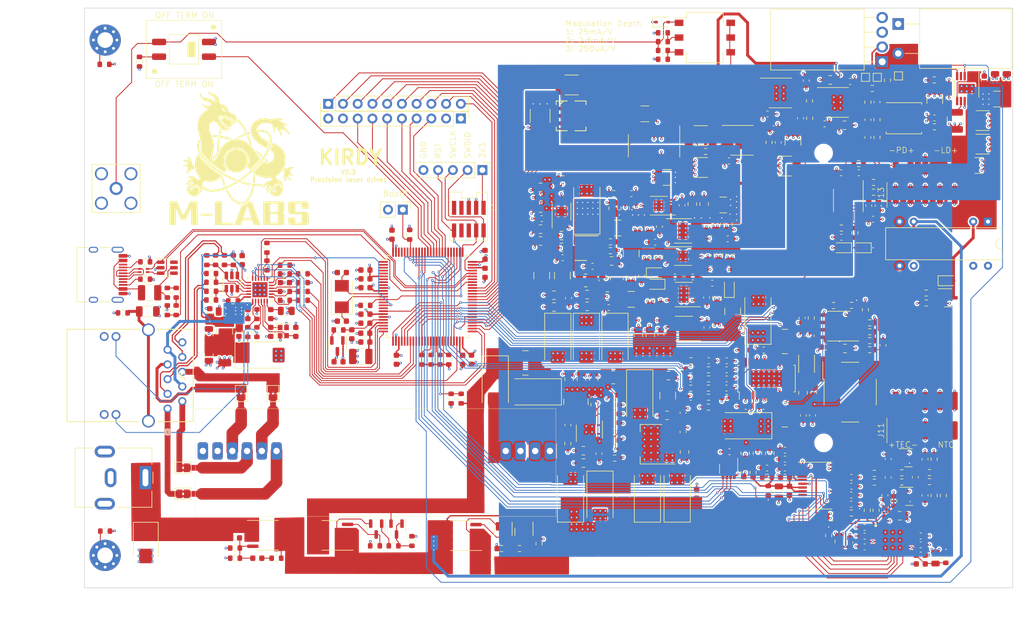
<source format=kicad_pcb>
(kicad_pcb (version 20221018) (generator pcbnew)

  (general
    (thickness 1.6)
  )

  (paper "A4")
  (layers
    (0 "F.Cu" jumper)
    (1 "In1.Cu" signal)
    (2 "In2.Cu" signal)
    (31 "B.Cu" signal)
    (32 "B.Adhes" user "B.Adhesive")
    (33 "F.Adhes" user "F.Adhesive")
    (34 "B.Paste" user)
    (35 "F.Paste" user)
    (36 "B.SilkS" user "B.Silkscreen")
    (37 "F.SilkS" user "F.Silkscreen")
    (38 "B.Mask" user)
    (39 "F.Mask" user)
    (40 "Dwgs.User" user "User.Drawings")
    (41 "Cmts.User" user "User.Comments")
    (42 "Eco1.User" user "User.Eco1")
    (43 "Eco2.User" user "User.Eco2")
    (44 "Edge.Cuts" user)
    (45 "Margin" user)
    (46 "B.CrtYd" user "B.Courtyard")
    (47 "F.CrtYd" user "F.Courtyard")
    (48 "B.Fab" user)
    (49 "F.Fab" user)
    (50 "User.1" user)
    (51 "User.2" user)
    (52 "User.3" user)
    (53 "User.4" user)
    (54 "User.5" user)
    (55 "User.6" user)
    (56 "User.7" user)
    (57 "User.8" user)
    (58 "User.9" user)
  )

  (setup
    (stackup
      (layer "F.SilkS" (type "Top Silk Screen"))
      (layer "F.Paste" (type "Top Solder Paste"))
      (layer "F.Mask" (type "Top Solder Mask") (thickness 0.01))
      (layer "F.Cu" (type "copper") (thickness 0.035))
      (layer "dielectric 1" (type "core") (thickness 0.48) (material "FR4") (epsilon_r 4.5) (loss_tangent 0.02))
      (layer "In1.Cu" (type "copper") (thickness 0.035))
      (layer "dielectric 2" (type "prepreg") (thickness 0.48) (material "FR4") (epsilon_r 4.5) (loss_tangent 0.02))
      (layer "In2.Cu" (type "copper") (thickness 0.035))
      (layer "dielectric 3" (type "core") (thickness 0.48) (material "FR4") (epsilon_r 4.5) (loss_tangent 0.02))
      (layer "B.Cu" (type "copper") (thickness 0.035))
      (layer "B.Mask" (type "Bottom Solder Mask") (thickness 0.01))
      (layer "B.Paste" (type "Bottom Solder Paste"))
      (layer "B.SilkS" (type "Bottom Silk Screen"))
      (copper_finish "ENIG")
      (dielectric_constraints no)
    )
    (pad_to_mask_clearance 0)
    (pcbplotparams
      (layerselection 0x00010fc_ffffffff)
      (plot_on_all_layers_selection 0x0000000_00000000)
      (disableapertmacros false)
      (usegerberextensions true)
      (usegerberattributes false)
      (usegerberadvancedattributes false)
      (creategerberjobfile true)
      (dashed_line_dash_ratio 12.000000)
      (dashed_line_gap_ratio 3.000000)
      (svgprecision 6)
      (plotframeref false)
      (viasonmask false)
      (mode 1)
      (useauxorigin false)
      (hpglpennumber 1)
      (hpglpenspeed 20)
      (hpglpendiameter 15.000000)
      (dxfpolygonmode true)
      (dxfimperialunits true)
      (dxfusepcbnewfont true)
      (psnegative false)
      (psa4output false)
      (plotreference false)
      (plotvalue false)
      (plotinvisibletext false)
      (sketchpadsonfab false)
      (subtractmaskfromsilk true)
      (outputformat 1)
      (mirror false)
      (drillshape 0)
      (scaleselection 1)
      (outputdirectory "gerbers")
    )
  )

  (net 0 "")
  (net 1 "+5VA")
  (net 2 "GND")
  (net 3 "Net-(U1-VOUT_F)")
  (net 4 "Net-(U4--)")
  (net 5 "Net-(U2-OUT)")
  (net 6 "Net-(U4-+)")
  (net 7 "+9VA")
  (net 8 "-6V")
  (net 9 "+15V")
  (net 10 "Net-(U6-+)")
  (net 11 "Net-(C13-Pad2)")
  (net 12 "/MCU/PD_MON")
  (net 13 "Net-(C18-Pad2)")
  (net 14 "Net-(C18-Pad1)")
  (net 15 "Net-(U5B-+)")
  (net 16 "+3V3")
  (net 17 "Net-(U6--)")
  (net 18 "Net-(Q2-G)")
  (net 19 "/MCU/VREF")
  (net 20 "+12V")
  (net 21 "Net-(C25-Pad2)")
  (net 22 "Net-(C26-Pad2)")
  (net 23 "Net-(C26-Pad1)")
  (net 24 "Net-(C27-Pad1)")
  (net 25 "/driveStage/PD_C")
  (net 26 "Net-(C28-Pad1)")
  (net 27 "-9V")
  (net 28 "IN")
  (net 29 "Net-(U8-VCAP_1)")
  (net 30 "Net-(U8-VCAP_2)")
  (net 31 "Net-(C52-Pad1)")
  (net 32 "Net-(U8-PH0)")
  (net 33 "Net-(U8-PH1)")
  (net 34 "/MCU/VDDA")
  (net 35 "Net-(D6-K)")
  (net 36 "Net-(D5-A)")
  (net 37 "Net-(U9-C+)")
  (net 38 "Net-(D5-K)")
  (net 39 "Net-(C57-Pad1)")
  (net 40 "+9V")
  (net 41 "+8V")
  (net 42 "+3.3VA")
  (net 43 "/thermostat/DAC_REF")
  (net 44 "Net-(U9-C-)")
  (net 45 "Net-(D7-A)")
  (net 46 "Net-(U16-PGFB)")
  (net 47 "/thermostat/MAXV")
  (net 48 "/thermostat/MAXIP")
  (net 49 "/thermostat/MAXIN")
  (net 50 "Net-(U11-EN{slash}UV)")
  (net 51 "Net-(U12-EN{slash}UV)")
  (net 52 "Net-(U13-EN{slash}UV)")
  (net 53 "/MCU/TEC_ISEN")
  (net 54 "Net-(U15-EN{slash}UV)")
  (net 55 "/MCU/TEC_VREF")
  (net 56 "Net-(U14-EN{slash}UV)")
  (net 57 "Net-(U11-SET)")
  (net 58 "Net-(U16-SET)")
  (net 59 "+5V")
  (net 60 "Net-(U12-SET)")
  (net 61 "Net-(U13-SET)")
  (net 62 "Net-(U14-SET)")
  (net 63 "Net-(U15-SET)")
  (net 64 "Net-(U19-REGCAPD)")
  (net 65 "Net-(U18-REGCAPD)")
  (net 66 "Net-(U21-CTLI)")
  (net 67 "Net-(U18-REFOUT)")
  (net 68 "Net-(U18-REGCAPA)")
  (net 69 "Net-(U19-REGCAPA)")
  (net 70 "Net-(U21-COMP)")
  (net 71 "Net-(U21-CS)")
  (net 72 "Net-(U21-OS2)")
  (net 73 "/Ehternet/AVDDT_PHY")
  (net 74 "/Ehternet/ETH_SHIELD")
  (net 75 "Net-(U23-VIN)")
  (net 76 "Net-(U23-SS{slash}TR)")
  (net 77 "/MCU/RST")
  (net 78 "Net-(FB12-Pad1)")
  (net 79 "/thermostat/TEC+")
  (net 80 "/thermostat/TEC-")
  (net 81 "Net-(U23-BOOT)")
  (net 82 "/MCU/USB_DP")
  (net 83 "/MCU/USB_DN")
  (net 84 "/MCU/SWDIO")
  (net 85 "/MCU/SWCLK")
  (net 86 "Net-(U23-COMP)")
  (net 87 "Net-(Q3-E)")
  (net 88 "Net-(D10-A1)")
  (net 89 "Net-(Q4-G)")
  (net 90 "Net-(U24-VI)")
  (net 91 "Net-(U26-XTAL2)")
  (net 92 "Net-(U26-XTAL1)")
  (net 93 "Net-(U26-VDDCR)")
  (net 94 "Net-(D1-A2)")
  (net 95 "/driveStage/LD-")
  (net 96 "/thermostat/NTC+")
  (net 97 "/thermostat/NTC-")
  (net 98 "Net-(D4-A)")
  (net 99 "Net-(U27-VBUS)")
  (net 100 "Net-(L3-Pad1)")
  (net 101 "Net-(U21-OS1)")
  (net 102 "Net-(FL2-Pad4)")
  (net 103 "Net-(FL2-Pad1)")
  (net 104 "Net-(J4-Pin_8)")
  (net 105 "Net-(J4-Pin_7)")
  (net 106 "Net-(J4-Pin_6)")
  (net 107 "Net-(J4-Pin_5)")
  (net 108 "Net-(J4-Pin_4)")
  (net 109 "Net-(J4-Pin_3)")
  (net 110 "Net-(J5-Pin_10)")
  (net 111 "Net-(J5-Pin_9)")
  (net 112 "Net-(J5-Pin_8)")
  (net 113 "Net-(J5-Pin_7)")
  (net 114 "Net-(J5-Pin_6)")
  (net 115 "Net-(J5-Pin_5)")
  (net 116 "Net-(J5-Pin_4)")
  (net 117 "Net-(J5-Pin_3)")
  (net 118 "Net-(J5-Pin_2)")
  (net 119 "Net-(J5-Pin_1)")
  (net 120 "unconnected-(J6-Pin_6-Pad6)")
  (net 121 "/MCU/PWM_MAXV")
  (net 122 "/MCU/PWM_MAXIP")
  (net 123 "/MCU/PWM_MAXIN")
  (net 124 "unconnected-(J6-Pin_7-Pad7)")
  (net 125 "unconnected-(J6-Pin_8-Pad8)")
  (net 126 "unconnected-(J6-Pin_9-Pad9)")
  (net 127 "/MCU/TEC_VSEN")
  (net 128 "/Ehternet/POE_VC2-")
  (net 129 "/Ehternet/POE_VC1-")
  (net 130 "/MCU/POE_PWR_SRC")
  (net 131 "/Ehternet/RMII_RXD0")
  (net 132 "/Ehternet/POE_VC2+")
  (net 133 "/Ehternet/RMII_RXD1")
  (net 134 "/Ehternet/POE_VC1+")
  (net 135 "/Ehternet/RMII_CRS_DV")
  (net 136 "/Ehternet/RMII_REF_CLK")
  (net 137 "/Ehternet/RMII_MDIO")
  (net 138 "Net-(J9-Pad11)")
  (net 139 "/Ehternet/ETH_LED_1")
  (net 140 "Net-(J9-Pad13)")
  (net 141 "/Ehternet/PHY_TD_P")
  (net 142 "/Ehternet/PHY_TD_N")
  (net 143 "/Ehternet/PHY_RD_P")
  (net 144 "/Ehternet/PHY_RD_N")
  (net 145 "/Ehternet/ETH_LED_2")
  (net 146 "unconnected-(J10-SBU2-PadB8)")
  (net 147 "Net-(J10-CC2)")
  (net 148 "/MCU/USB_VBUS")
  (net 149 "/MCU/LDAC_LOAD")
  (net 150 "/MCU/LDAC_CLK")
  (net 151 "/MCU/LDAC_MOSI")
  (net 152 "/MCU/LDAC_CS")
  (net 153 "/MCU/TADC_SYNC")
  (net 154 "/MCU/TADC_MISO")
  (net 155 "/MCU/TDAC_MOSI")
  (net 156 "/MCU/TADC_CLK")
  (net 157 "/MCU/TDAC_CLK")
  (net 158 "/MCU/TADC_CS")
  (net 159 "/MCU/TDAC_SYNC")
  (net 160 "/MCU/TADC_MOSI")
  (net 161 "unconnected-(J10-SBU1-PadA8)")
  (net 162 "Net-(J10-CC1)")
  (net 163 "Net-(JP1-A)")
  (net 164 "Net-(JP2-B)")
  (net 165 "Net-(JP3-B)")
  (net 166 "Net-(JP4-B)")
  (net 167 "Net-(JP5-B)")
  (net 168 "Net-(L4-Pad1)")
  (net 169 "Net-(Q9-E)")
  (net 170 "Net-(Q1-G)")
  (net 171 "Net-(Q2-S-Pad1)")
  (net 172 "Net-(Q3-B)")
  (net 173 "Net-(Q5-G)")
  (net 174 "/Ehternet/RMII_MDC")
  (net 175 "/Ehternet/PHY_NRST")
  (net 176 "Net-(Q6-B)")
  (net 177 "Net-(Q7-B)")
  (net 178 "Net-(Q8-G)")
  (net 179 "Net-(Q9-B)")
  (net 180 "Net-(R3-Pad2)")
  (net 181 "/Ehternet/RMII_TX_EN")
  (net 182 "/Ehternet/RMII_TXD0")
  (net 183 "/Ehternet/RMII_TXD1")
  (net 184 "Net-(R5-Pad2)")
  (net 185 "Net-(U3--)")
  (net 186 "Net-(U5B--)")
  (net 187 "Net-(U7-OUT)")
  (net 188 "Net-(U8-PE8)")
  (net 189 "Net-(U8-PE9)")
  (net 190 "Net-(U8-PE10)")
  (net 191 "Net-(U8-PE11)")
  (net 192 "Net-(U16-ILIM)")
  (net 193 "Net-(U10-SET)")
  (net 194 "Net-(U17-VFB)")
  (net 195 "Net-(U20B--)")
  (net 196 "Net-(U18-AIN0)")
  (net 197 "Net-(U18-AIN1)")
  (net 198 "Net-(U19-AIN0{slash}REF2-)")
  (net 199 "Net-(U19-AIN1{slash}REF2+)")
  (net 200 "unconnected-(K1-Pad14)")
  (net 201 "Net-(U20A-+)")
  (net 202 "Net-(U20A--)")
  (net 203 "Net-(U23-EN)")
  (net 204 "Net-(U23-RT{slash}CLK)")
  (net 205 "Net-(U23-VSENSE)")
  (net 206 "Net-(U26-RXD0)")
  (net 207 "Net-(U26-RXD1)")
  (net 208 "Net-(U26-CRS_DV)")
  (net 209 "Net-(U26-nINT)")
  (net 210 "Net-(U26-RXER)")
  (net 211 "Net-(U26-RBIAS)")
  (net 212 "Net-(U3-+)")
  (net 213 "Net-(U1-VOUT_S)")
  (net 214 "unconnected-(U2-INV-Pad13)")
  (net 215 "unconnected-(U2-NC-Pad9)")
  (net 216 "unconnected-(U2-RFB-Pad1)")
  (net 217 "unconnected-(U8-PE1-Pad98)")
  (net 218 "unconnected-(U8-PE0-Pad97)")
  (net 219 "unconnected-(U8-PB9-Pad96)")
  (net 220 "unconnected-(U8-PA10-Pad69)")
  (net 221 "unconnected-(U8-PA8-Pad67)")
  (net 222 "unconnected-(U8-PE15-Pad46)")
  (net 223 "unconnected-(U8-PE14-Pad45)")
  (net 224 "/MCU/LD_EN")
  (net 225 "unconnected-(U8-PE13-Pad44)")
  (net 226 "unconnected-(U8-PE12-Pad43)")
  (net 227 "unconnected-(U8-PE7-Pad38)")
  (net 228 "unconnected-(U8-PB2-Pad37)")
  (net 229 "/MCU/TEC_~{SHDN}")
  (net 230 "Net-(H1-Pad1)")
  (net 231 "Net-(H2-Pad1)")
  (net 232 "/MCU/~{LD_SHORT}")
  (net 233 "unconnected-(U8-PC2-Pad17)")
  (net 234 "unconnected-(U8-PC0-Pad15)")
  (net 235 "unconnected-(U8-PC15-Pad9)")
  (net 236 "unconnected-(U8-PC14-Pad8)")
  (net 237 "unconnected-(U8-PC13-Pad7)")
  (net 238 "unconnected-(U8-PE6-Pad5)")
  (net 239 "unconnected-(U8-PE5-Pad4)")
  (net 240 "unconnected-(U8-PE4-Pad3)")
  (net 241 "unconnected-(U8-PE3-Pad2)")
  (net 242 "unconnected-(U8-PE2-Pad1)")
  (net 243 "12Vin")
  (net 244 "unconnected-(U9-NC-Pad12)")
  (net 245 "unconnected-(U9-NC-Pad7)")
  (net 246 "unconnected-(U9-NC-Pad6)")
  (net 247 "unconnected-(U9-NC-Pad3)")
  (net 248 "unconnected-(U9-NC-Pad1)")
  (net 249 "unconnected-(U10-ILIM-Pad5)")
  (net 250 "unconnected-(U11-PG-Pad4)")
  (net 251 "unconnected-(U12-PG-Pad5)")
  (net 252 "unconnected-(U13-PG-Pad4)")
  (net 253 "unconnected-(U14-VIOC-Pad7)")
  (net 254 "unconnected-(U14-PG-Pad4)")
  (net 255 "unconnected-(U15-PG-Pad4)")
  (net 256 "unconnected-(U16-PG-Pad5)")
  (net 257 "unconnected-(U18-GPIO1-Pad20)")
  (net 258 "unconnected-(U18-GPIO0-Pad19)")
  (net 259 "unconnected-(U18-XTAL2{slash}CLKIO-Pad10)")
  (net 260 "unconnected-(U18-XTAL1-Pad9)")
  (net 261 "unconnected-(U19-DNC-Pad3)")
  (net 262 "unconnected-(U19-PDSW-Pad8)")
  (net 263 "unconnected-(U19-XTAL1-Pad9)")
  (net 264 "unconnected-(U19-XTAL2{slash}CLKIO-Pad10)")
  (net 265 "unconnected-(U19-~{ERROR}-Pad15)")
  (net 266 "unconnected-(U19-GPIO0-Pad20)")
  (net 267 "unconnected-(U19-GPIO1-Pad21)")
  (net 268 "unconnected-(U19-GPIO2-Pad22)")
  (net 269 "unconnected-(U19-AIN2-Pad23)")
  (net 270 "unconnected-(U19-AIN3-Pad24)")
  (net 271 "unconnected-(U19-AIN4-Pad25)")
  (net 272 "unconnected-(U19-AIN5-Pad26)")
  (net 273 "unconnected-(U19-AIN6-Pad27)")
  (net 274 "unconnected-(U19-AIN7-Pad28)")
  (net 275 "unconnected-(U19-AIN8-Pad29)")
  (net 276 "unconnected-(U19-GPO3-Pad30)")
  (net 277 "Net-(U20B-+)")
  (net 278 "unconnected-(U22-NC-Pad2)")
  (net 279 "unconnected-(U22-NC-Pad1)")
  (net 280 "unconnected-(U23-PWRGD-Pad14)")
  (net 281 "unconnected-(U27-I{slash}O4-Pad6)")
  (net 282 "unconnected-(U27-I{slash}O3-Pad4)")
  (net 283 "/Ehternet/RJ45_RD_N")
  (net 284 "/Ehternet/RJ45_RD_P")
  (net 285 "/Ehternet/RJ45_TD_N")
  (net 286 "/Ehternet/RJ45_TD_P")
  (net 287 "/thermostat/ADC1_REF")
  (net 288 "/thermostat/ADC1_A3V3")
  (net 289 "/thermostat/ADC1_D3V3")
  (net 290 "/thermostat/ADC2_D3V3")
  (net 291 "/thermostat/ADC2_A3V3")
  (net 292 "/thermostat/ADC2_REF")
  (net 293 "Net-(C124-Pad1)")
  (net 294 "Net-(C125-Pad1)")
  (net 295 "Net-(C126-Pad1)")
  (net 296 "Net-(C156-Pad2)")
  (net 297 "Net-(C157-Pad2)")
  (net 298 "Net-(C166-Pad2)")
  (net 299 "Net-(C167-Pad2)")
  (net 300 "Net-(C177-Pad2)")
  (net 301 "Net-(C178-Pad1)")
  (net 302 "Net-(C179-Pad1)")
  (net 303 "Net-(C187-Pad2)")
  (net 304 "Net-(C188-Pad1)")
  (net 305 "Net-(C208-Pad1)")
  (net 306 "Net-(R7-Pad2)")
  (net 307 "Net-(R23-Pad2)")
  (net 308 "unconnected-(R25-Pad3)")
  (net 309 "Net-(R35-Pad2)")
  (net 310 "Net-(R66-Pad2)")
  (net 311 "Net-(R121-Pad2)")
  (net 312 "Net-(R122-Pad1)")
  (net 313 "unconnected-(J4-Pin_9-Pad9)")
  (net 314 "/MCU/TERM_STAT")

  (footprint "Resistor_SMD:R_0603_1608Metric" (layer "F.Cu") (at 34.544 45.8338 180))

  (footprint "Resistor_SMD:R_0603_1608Metric" (layer "F.Cu") (at 56.4334 91.9319 90))

  (footprint "Capacitor_SMD:C_0603_1608Metric" (layer "F.Cu") (at 34.544 47.3578))

  (footprint "Capacitor_SMD:C_0603_1608Metric" (layer "F.Cu") (at 138.5316 80.9498 90))

  (footprint "Package_TO_SOT_SMD:SOT-23" (layer "F.Cu") (at 50.2782 89.8694 -90))

  (footprint "Capacitor_SMD:C_0805_2012Metric" (layer "F.Cu") (at 103.4288 76.5556 -90))

  (footprint "Inductor_SMD:L_1210_3225Metric" (layer "F.Cu") (at 47.617 60.0964))

  (footprint "Capacitor_SMD:C_0603_1608Metric" (layer "F.Cu") (at 104.4956 63.9706 180))

  (footprint "Capacitor_SMD:C_0603_1608Metric" (layer "F.Cu") (at 78.8126 36.3114 180))

  (footprint "Capacitor_SMD:C_0603_1608Metric" (layer "F.Cu") (at 137.6328 58.1658 90))

  (footprint "Package_QFP:LQFP-100_14x14mm_P0.5mm" (layer "F.Cu") (at 59.182 49.7798))

  (footprint "Capacitor_SMD:C_0603_1608Metric" (layer "F.Cu") (at 104.4956 67.1332 180))

  (footprint "Resistor_SMD:R_0603_1608Metric" (layer "F.Cu") (at 33.0855 94.896))

  (footprint "Resistor_SMD:R_0603_1608Metric" (layer "F.Cu") (at 37.6308 47.3578 180))

  (footprint "Inductor_SMD:L_1008_2520Metric" (layer "F.Cu") (at 91.7448 46.6344 -90))

  (footprint "Capacitor_SMD:C_0603_1608Metric" (layer "F.Cu") (at 110.6875 60.8397))

  (footprint "Capacitor_SMD:C_0805_2012Metric" (layer "F.Cu") (at 94.1832 46.3922 -90))

  (footprint "Resistor_SMD:R_0603_1608Metric" (layer "F.Cu") (at 115.239 80.0856 -90))

  (footprint "Resistor_SMD:R_0603_1608Metric" (layer "F.Cu") (at 37.6308 45.8338 180))

  (footprint "Resistor_SMD:R_0603_1608Metric" (layer "F.Cu") (at 132.1684 87.096))

  (footprint "Resistor_SMD:R_0603_1608Metric" (layer "F.Cu") (at 104.4956 62.3984))

  (footprint "Resistor_SMD:R_0603_1608Metric" (layer "F.Cu") (at 78.35 92.4 90))

  (footprint "Capacitor_SMD:C_0603_1608Metric" (layer "F.Cu") (at 135.0256 22.3134 -90))

  (footprint "Capacitor_SMD:C_0603_1608Metric" (layer "F.Cu") (at 99.3394 50.1786 90))

  (footprint "Diode_SMD:D_SMB" (layer "F.Cu") (at 10.5615 92.364 -90))

  (footprint "Capacitor_SMD:C_0603_1608Metric" (layer "F.Cu") (at 78.8126 32.7046 180))

  (footprint "Resistor_SMD:R_0603_1608Metric" (layer "F.Cu") (at 21.844 50.355))

  (footprint "Resistor_SMD:R_0603_1608Metric" (layer "F.Cu") (at 145.0848 49.1476))

  (footprint "Capacitor_SMD:C_0805_2012Metric" (layer "F.Cu") (at 82.2198 41.2662 180))

  (footprint "Package_SO:SOIC-8-1EP_3.9x4.9mm_P1.27mm_EP2.29x3mm" (layer "F.Cu") (at 119.9378 14.6424))

  (footprint "Capacitor_SMD:C_0805_2012Metric" (layer "F.Cu") (at 86.0044 76.3524 180))

  (footprint "Package_TO_SOT_SMD:SOT-23-6" (layer "F.Cu") (at 25.4 47.2562 90))

  (footprint "Connector_BarrelJack:BarrelJack_CUI_PJ-063AH_Horizontal" (layer "F.Cu") (at 10.5 81 -90))

  (footprint "Capacitor_SMD:C_1812_4532Metric" (layer "F.Cu") (at 154.813 23.4696))

  (footprint "Resistor_SMD:R_0603_1608Metric" (layer "F.Cu") (at 136.144 81.788))

  (footprint "Capacitor_SMD:C_0603_1608Metric" (layer "F.Cu") (at 144.137 91.059))

  (footprint "Resistor_SMD:R_0603_1608Metric" (layer "F.Cu") (at 104.5423 60.8397))

  (footprint "Resistor_SMD:R_0603_1608Metric" (layer "F.Cu") (at 148.463 94.869 90))

  (footprint "Resistor_SMD:R_0603_1608Metric" (layer "F.Cu") (at 107.823 39.7994))

  (footprint "Package_TO_SOT_THT:TO-220F-4_Horizontal_TabDown" (layer "F.Cu") (at 137.5 9.25 90))

  (footprint "Capacitor_SMD:C_0603_1608Metric" (layer "F.Cu") (at 117.6528 79.3496 180))

  (footprint "Capacitor_SMD:C_0603_1608Metric" (layer "F.Cu") (at 99.1108 37.6936 -90))

  (footprint "Capacitor_SMD:C_0603_1608Metric" (layer "F.Cu")
    (tstamp 18b8fa11-6bc8-4019-aac3-0eea023d7ea8)
    (at 113.652 80.0602 -90)
    (descr "Capacitor SMD 0603 (1608 Metric), square (rectangular) end terminal, IPC_7351 nominal, (Body size source: IPC-SM-782 page 76, https://www.pcb-3d.com/wordpress/wp-content/uploads/ipc-sm-782a_amendment_1_and_2.pdf), generated with kicad-footprint-generator")
    (tags "capacitor")
    (property "MFR_PN" "CL10B104KB8NNWC")
    (property "MFR_PN_ALT" "CL10B104KB8NNNL")
    (property "Sheetfile" "thermostat.kicad_sch")
    (property "Sheetname" "thermostat")
    (property "ki_description" "Unpolarized capacitor")
    (property "ki_keywords" "cap capacitor")
    (path "/bda728c0-b189-4e05-8d4f-58a38acf883b/d924e105-c32c-494b-9c01-fb97e5dab91b")
    (attr smd)
    (fp_text reference "C117" (at 0 -1.43 90) (layer "F.SilkS") hide
        (effects (font (size 1 1) (thickness 0.15)))
      (tstamp f9ad1429-39d7-47ea-ada8-5393828a2889)
    )
    (fp_text value "100n" (at 0 1.43 90) (layer "F.Fab")
        (effects (font (size 1 1) (thickness 0.15)))
      (tstamp 8511fbd7-9a6d-4704-946e-99a01089ef2e)
    )
    (fp_text user "${REFERENCE}" (at 0 0 90) (layer "F.Fab")
        (effects (font (size 0.4 0.4) (thickness 0.06)))
      (tstamp c324be00-810c-4b73-bd6d-aca1e4198d27)
    )
    (fp_line (start -0.14058 -0.51) (end 0.14058 -0.51)
      (stroke (width 0.12) (type solid)) (layer "F.SilkS") (tstamp 9b913c31-919e-482b-8fc3-de2474e98775))
    (fp_line (start -0.14058 0.51) (end 0.14058 0.51)
      (stroke (width 0.12) (type solid)) (layer "F.SilkS") (tstamp bffab35a-5e9b-42c4-869d-78ce07d9be2e))
    (fp_line (start -1.48 -0.73) (end 1.48 -0.73)
      (stroke (width 0.05) (type solid)) (layer "F.CrtYd") (tstamp 3c02d922-1ad3-4000-ac9a-976d3c74b0fe))
    (fp_line (start -1.48 0.73) (end -1.48 -0.73)
      (stroke (width 0.05) (type solid)) (layer "F.CrtYd") (tstamp 08eaee24-44e8-4397-8664-3e26a7eefea6))
    (fp_line (start 1.48 -0.73) (end 1.48 0.73)
      (stroke (width 0.05) (type solid)) (layer "F.CrtYd") (tstamp c1035e45-9226-4bec-9cc4-77114eb93383))
    (fp_line (start 1.48 0.73) (end -1.48 0.73)
      (stroke (width 0.05) (type solid)) (layer "F.CrtYd") (tstamp 5cf57a08-cf5a-45c3-b532-b5703819923d))
    (fp_line (start -0.8 -0.4) (end 0.8 -0.4)
      (stroke (width 0.1) (type solid)) (layer "F.Fab") (tstamp 5d825777-9712-4a76-9724-4eb7a337560d))
    (fp_line (start -0.8 0.4) (end -0.8 -0.4)
      (stroke (width 0.1) (type solid)) (layer "F.Fab") (tstamp a4af2e1e-c8f5-48a4-8e64-cd97732269a6))
    (fp_line (start 0.8 -0.4) (end 0.8 0.4)
      (stroke (width 0.1) (type solid)) (layer "F.Fab") (tstamp e1507178-cacb-42b3-8011-07e8ff0daed7))
    (fp_line (start 0.8 0.4) (end -0.8 0.4)
      (stroke (width 0.1) (type solid)) (layer "F.Fab") (tstamp 37c5b365-2faf-454f-8884-8cad7e9d51b0))
    (pad 
... [4824919 chars truncated]
</source>
